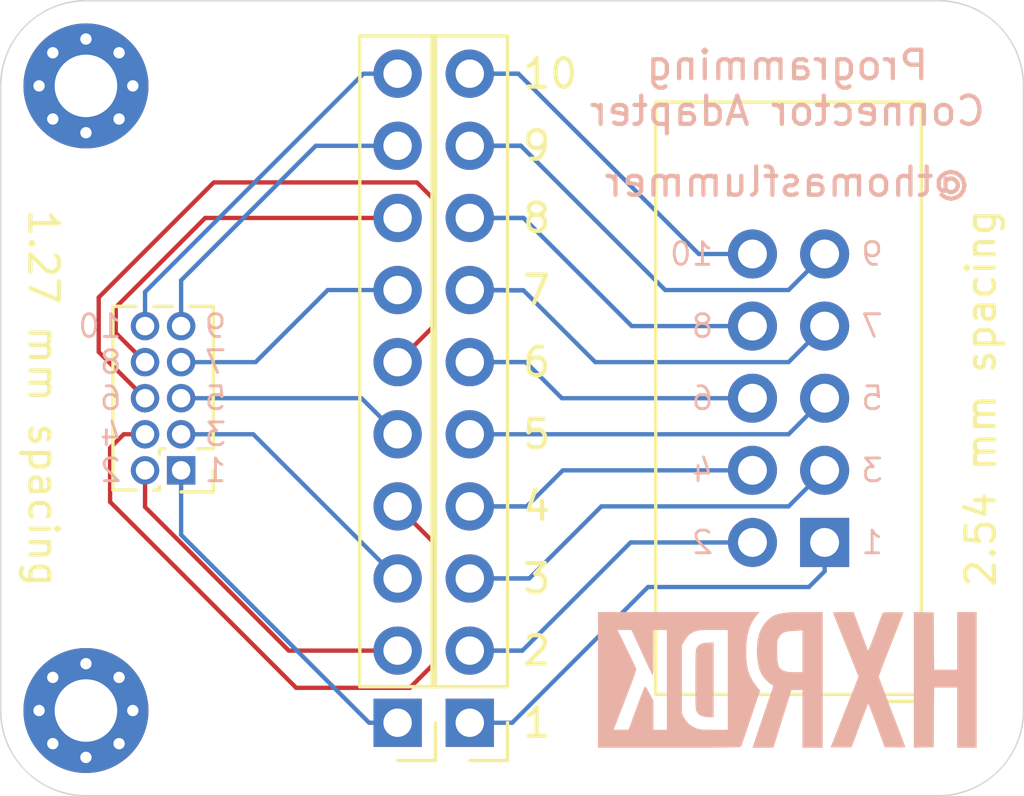
<source format=kicad_pcb>
(kicad_pcb (version 20171130) (host pcbnew "(5.1.5-0-10_14)")

  (general
    (thickness 1.6)
    (drawings 42)
    (tracks 93)
    (zones 0)
    (modules 7)
    (nets 21)
  )

  (page A4)
  (layers
    (0 F.Cu signal)
    (31 B.Cu signal)
    (32 B.Adhes user)
    (33 F.Adhes user)
    (34 B.Paste user)
    (35 F.Paste user)
    (36 B.SilkS user)
    (37 F.SilkS user)
    (38 B.Mask user)
    (39 F.Mask user)
    (40 Dwgs.User user)
    (41 Cmts.User user)
    (42 Eco1.User user)
    (43 Eco2.User user)
    (44 Edge.Cuts user)
    (45 Margin user)
    (46 B.CrtYd user)
    (47 F.CrtYd user)
    (48 B.Fab user)
    (49 F.Fab user)
  )

  (setup
    (last_trace_width 0.1524)
    (user_trace_width 0.1524)
    (user_trace_width 0.2032)
    (user_trace_width 0.254)
    (trace_clearance 0.1524)
    (zone_clearance 0.508)
    (zone_45_only no)
    (trace_min 0.1524)
    (via_size 0.8)
    (via_drill 0.4)
    (via_min_size 0.4)
    (via_min_drill 0.3)
    (uvia_size 0.3)
    (uvia_drill 0.1)
    (uvias_allowed no)
    (uvia_min_size 0.2)
    (uvia_min_drill 0.1)
    (edge_width 0.05)
    (segment_width 0.2)
    (pcb_text_width 0.3)
    (pcb_text_size 1.5 1.5)
    (mod_edge_width 0.12)
    (mod_text_size 1 1)
    (mod_text_width 0.15)
    (pad_size 1.524 1.524)
    (pad_drill 0.762)
    (pad_to_mask_clearance 0.051)
    (solder_mask_min_width 0.25)
    (aux_axis_origin 50 50)
    (grid_origin 50 64)
    (visible_elements FFFFFF7F)
    (pcbplotparams
      (layerselection 0x010fc_ffffffff)
      (usegerberextensions true)
      (usegerberattributes false)
      (usegerberadvancedattributes false)
      (creategerberjobfile false)
      (excludeedgelayer true)
      (linewidth 0.050000)
      (plotframeref false)
      (viasonmask false)
      (mode 1)
      (useauxorigin true)
      (hpglpennumber 1)
      (hpglpenspeed 20)
      (hpglpendiameter 15.000000)
      (psnegative false)
      (psa4output false)
      (plotreference true)
      (plotvalue true)
      (plotinvisibletext false)
      (padsonsilk false)
      (subtractmaskfromsilk false)
      (outputformat 1)
      (mirror false)
      (drillshape 0)
      (scaleselection 1)
      (outputdirectory "GERBER/"))
  )

  (net 0 "")
  (net 1 "Net-(J1-Pad10)")
  (net 2 "Net-(J1-Pad9)")
  (net 3 "Net-(J1-Pad8)")
  (net 4 "Net-(J1-Pad7)")
  (net 5 "Net-(J1-Pad6)")
  (net 6 "Net-(J1-Pad5)")
  (net 7 "Net-(J1-Pad4)")
  (net 8 "Net-(J1-Pad3)")
  (net 9 "Net-(J1-Pad2)")
  (net 10 "Net-(J1-Pad1)")
  (net 11 "Net-(J3-Pad1)")
  (net 12 "Net-(J3-Pad2)")
  (net 13 "Net-(J3-Pad3)")
  (net 14 "Net-(J3-Pad4)")
  (net 15 "Net-(J3-Pad5)")
  (net 16 "Net-(J3-Pad6)")
  (net 17 "Net-(J3-Pad7)")
  (net 18 "Net-(J3-Pad8)")
  (net 19 "Net-(J3-Pad9)")
  (net 20 "Net-(J3-Pad10)")

  (net_class Default "This is the default net class."
    (clearance 0.1524)
    (trace_width 0.1524)
    (via_dia 0.8)
    (via_drill 0.4)
    (uvia_dia 0.3)
    (uvia_drill 0.1)
    (add_net "Net-(J1-Pad1)")
    (add_net "Net-(J1-Pad10)")
    (add_net "Net-(J1-Pad2)")
    (add_net "Net-(J1-Pad3)")
    (add_net "Net-(J1-Pad4)")
    (add_net "Net-(J1-Pad5)")
    (add_net "Net-(J1-Pad6)")
    (add_net "Net-(J1-Pad7)")
    (add_net "Net-(J1-Pad8)")
    (add_net "Net-(J1-Pad9)")
    (add_net "Net-(J3-Pad1)")
    (add_net "Net-(J3-Pad10)")
    (add_net "Net-(J3-Pad2)")
    (add_net "Net-(J3-Pad3)")
    (add_net "Net-(J3-Pad4)")
    (add_net "Net-(J3-Pad5)")
    (add_net "Net-(J3-Pad6)")
    (add_net "Net-(J3-Pad7)")
    (add_net "Net-(J3-Pad8)")
    (add_net "Net-(J3-Pad9)")
  )

  (module Aesthetics:HXR_logo_small (layer B.Cu) (tedit 0) (tstamp 5E447406)
    (at 77.686 73.906 180)
    (fp_text reference G*** (at 0 0 180) (layer B.SilkS) hide
      (effects (font (size 1.524 1.524) (thickness 0.3)) (justify mirror))
    )
    (fp_text value LOGO (at 0.75 0 180) (layer B.SilkS) hide
      (effects (font (size 1.524 1.524) (thickness 0.3)) (justify mirror))
    )
    (fp_poly (pts (xy 2.94063 1.282987) (xy 3.070422 1.236248) (xy 3.159747 1.15645) (xy 3.180181 1.124056)
      (xy 3.193554 1.095751) (xy 3.204394 1.060925) (xy 3.212962 1.013745) (xy 3.219522 0.948378)
      (xy 3.224336 0.858988) (xy 3.227668 0.739742) (xy 3.229779 0.584807) (xy 3.230933 0.388348)
      (xy 3.231393 0.144532) (xy 3.231445 -0.014111) (xy 3.231325 -0.285104) (xy 3.230769 -0.505538)
      (xy 3.229478 -0.681295) (xy 3.227154 -0.818262) (xy 3.2235 -0.922322) (xy 3.218217 -0.99936)
      (xy 3.211009 -1.05526) (xy 3.201577 -1.095907) (xy 3.189624 -1.127184) (xy 3.174852 -1.154977)
      (xy 3.173607 -1.157111) (xy 3.102775 -1.240257) (xy 3.000942 -1.293512) (xy 2.859827 -1.320222)
      (xy 2.758722 -1.324852) (xy 2.596445 -1.326445) (xy 2.596445 1.298222) (xy 2.766684 1.298222)
      (xy 2.94063 1.282987)) (layer B.SilkS) (width 0.01))
    (fp_poly (pts (xy 6.660445 -2.398889) (xy 4.151686 -2.398889) (xy 3.717449 -2.398841) (xy 3.336192 -2.398652)
      (xy 3.004448 -2.398255) (xy 2.718753 -2.397582) (xy 2.475642 -2.396564) (xy 2.271649 -2.395135)
      (xy 2.103309 -2.393227) (xy 1.967157 -2.390772) (xy 1.859728 -2.387702) (xy 1.777556 -2.38395)
      (xy 1.717176 -2.379448) (xy 1.675124 -2.374128) (xy 1.647933 -2.367923) (xy 1.632139 -2.360766)
      (xy 1.624277 -2.352587) (xy 1.62277 -2.3495) (xy 1.609343 -2.312003) (xy 1.580156 -2.227406)
      (xy 1.537386 -2.102124) (xy 1.483214 -1.942576) (xy 1.419818 -1.755177) (xy 1.349378 -1.546345)
      (xy 1.281642 -1.345023) (xy 0.960672 -0.389934) (xy 1.091421 -0.230245) (xy 1.220798 -0.051653)
      (xy 1.31808 0.133336) (xy 1.38633 0.335122) (xy 1.42861 0.564106) (xy 1.447981 0.830689)
      (xy 1.450016 0.987778) (xy 1.435929 1.315659) (xy 1.394675 1.599278) (xy 1.351645 1.749778)
      (xy 2.088445 1.749778) (xy 2.088445 -1.778) (xy 2.5631 -1.778) (xy 2.780275 -1.775835)
      (xy 2.948479 -1.769004) (xy 3.075035 -1.757008) (xy 3.167262 -1.739345) (xy 3.179867 -1.735798)
      (xy 3.331717 -1.665817) (xy 3.475633 -1.554875) (xy 3.594571 -1.417712) (xy 3.644344 -1.334075)
      (xy 3.711222 -1.199445) (xy 3.711222 1.199444) (xy 3.627505 1.35059) (xy 3.563519 1.449415)
      (xy 3.489474 1.540252) (xy 3.445641 1.582636) (xy 3.370492 1.638422) (xy 3.292268 1.680552)
      (xy 3.201725 1.710837) (xy 3.089617 1.731085) (xy 2.9467 1.743104) (xy 2.763732 1.748703)
      (xy 2.591417 1.749778) (xy 4.233334 1.749778) (xy 4.233334 -1.778) (xy 4.713111 -1.778)
      (xy 4.713111 -0.756508) (xy 4.827174 -0.537265) (xy 4.8834 -0.431441) (xy 4.933837 -0.340486)
      (xy 4.970026 -0.279525) (xy 4.977632 -0.268249) (xy 4.986714 -0.256522) (xy 4.995719 -0.250822)
      (xy 5.006447 -0.255488) (xy 5.020696 -0.274859) (xy 5.040267 -0.313275) (xy 5.066958 -0.375075)
      (xy 5.102569 -0.464599) (xy 5.148899 -0.586184) (xy 5.207748 -0.744172) (xy 5.280916 -0.9429)
      (xy 5.3702 -1.186709) (xy 5.4574 -1.425222) (xy 5.581201 -1.763889) (xy 6.118311 -1.779973)
      (xy 5.711045 -0.727709) (xy 5.62219 -0.496357) (xy 5.54061 -0.280509) (xy 5.468421 -0.086023)
      (xy 5.407737 0.081243) (xy 5.360676 0.215432) (xy 5.329352 0.310686) (xy 5.315882 0.361147)
      (xy 5.31569 0.366889) (xy 5.33085 0.402813) (xy 5.367437 0.482262) (xy 5.42205 0.598071)
      (xy 5.491287 0.743075) (xy 5.571748 0.910107) (xy 5.653942 1.0795) (xy 5.980282 1.749778)
      (xy 5.48478 1.749778) (xy 5.122889 0.958577) (xy 5.032402 0.761922) (xy 4.948647 0.582137)
      (xy 4.874667 0.425584) (xy 4.813509 0.298625) (xy 4.768218 0.207619) (xy 4.741837 0.158928)
      (xy 4.737055 0.152578) (xy 4.730926 0.175725) (xy 4.725376 0.248418) (xy 4.720615 0.363758)
      (xy 4.716852 0.514848) (xy 4.714295 0.694788) (xy 4.713152 0.896682) (xy 4.713111 0.943779)
      (xy 4.713111 1.749778) (xy 4.233334 1.749778) (xy 2.591417 1.749778) (xy 2.088445 1.749778)
      (xy 1.351645 1.749778) (xy 1.324482 1.844781) (xy 1.223581 2.058312) (xy 1.0902 2.246017)
      (xy 1.086185 2.250722) (xy 0.98338 2.370666) (xy 6.660445 2.370666) (xy 6.660445 -2.398889)) (layer B.SilkS) (width 0.01))
    (fp_poly (pts (xy -0.599722 2.370249) (xy -0.316172 2.367605) (xy -0.081575 2.35881) (xy 0.111399 2.34197)
      (xy 0.27008 2.315186) (xy 0.4018 2.276564) (xy 0.513888 2.224206) (xy 0.613675 2.156216)
      (xy 0.708491 2.070698) (xy 0.757937 2.019027) (xy 0.88906 1.8362) (xy 0.985093 1.611957)
      (xy 1.045089 1.349832) (xy 1.068098 1.053359) (xy 1.064606 0.876182) (xy 1.036787 0.600167)
      (xy 0.982238 0.368612) (xy 0.898022 0.174793) (xy 0.781202 0.011986) (xy 0.628841 -0.126532)
      (xy 0.625616 -0.128948) (xy 0.488276 -0.231482) (xy 0.833135 -1.251685) (xy 0.911099 -1.482462)
      (xy 0.983922 -1.698281) (xy 1.049491 -1.892859) (xy 1.105692 -2.059911) (xy 1.150411 -2.193153)
      (xy 1.181534 -2.286302) (xy 1.196947 -2.333073) (xy 1.197677 -2.335389) (xy 1.217359 -2.398889)
      (xy 0.491466 -2.398889) (xy 0.300303 -1.785056) (xy 0.235268 -1.576438) (xy 0.166542 -1.356352)
      (xy 0.099081 -1.140643) (xy 0.037841 -0.945156) (xy -0.012223 -0.785734) (xy -0.017472 -0.769056)
      (xy -0.144085 -0.366889) (xy -0.536222 -0.366889) (xy -0.536222 -2.398889) (xy -1.241778 -2.398889)
      (xy -1.241778 0.254) (xy -0.536222 0.254) (xy -0.252876 0.254) (xy -0.108023 0.256422)
      (xy -0.004272 0.265145) (xy 0.073567 0.282353) (xy 0.140687 0.310229) (xy 0.141654 0.310721)
      (xy 0.216277 0.355559) (xy 0.271389 0.408965) (xy 0.310125 0.480021) (xy 0.335623 0.577808)
      (xy 0.35102 0.711409) (xy 0.359453 0.889903) (xy 0.360907 0.945444) (xy 0.363964 1.105038)
      (xy 0.363616 1.220063) (xy 0.358594 1.302355) (xy 0.347629 1.363749) (xy 0.329453 1.416082)
      (xy 0.305008 1.46691) (xy 0.246682 1.560604) (xy 0.176729 1.627357) (xy 0.084506 1.672)
      (xy -0.040629 1.699361) (xy -0.209318 1.714273) (xy -0.243657 1.715942) (xy -0.536222 1.728954)
      (xy -0.536222 0.254) (xy -1.241778 0.254) (xy -1.241778 2.370666) (xy -0.599722 2.370249)) (layer B.SilkS) (width 0.01))
    (fp_poly (pts (xy -1.812515 2.369401) (xy -1.706375 2.365166) (xy -1.643442 2.357299) (xy -1.617123 2.345142)
      (xy -1.616209 2.335389) (xy -1.629315 2.302375) (xy -1.661155 2.222611) (xy -1.709472 2.10174)
      (xy -1.772005 1.945408) (xy -1.846499 1.75926) (xy -1.930693 1.54894) (xy -2.022331 1.320093)
      (xy -2.070652 1.199444) (xy -2.511513 0.098778) (xy -1.531237 -2.384778) (xy -1.885162 -2.392712)
      (xy -2.021206 -2.394064) (xy -2.136219 -2.392008) (xy -2.218757 -2.386976) (xy -2.257375 -2.379402)
      (xy -2.258313 -2.378601) (xy -2.272649 -2.347342) (xy -2.30363 -2.269953) (xy -2.34862 -2.15335)
      (xy -2.404983 -2.004451) (xy -2.470081 -1.830176) (xy -2.541279 -1.63744) (xy -2.554433 -1.601611)
      (xy -2.626184 -1.407604) (xy -2.692253 -1.232055) (xy -2.750039 -1.081626) (xy -2.796942 -0.96298)
      (xy -2.830363 -0.882779) (xy -2.847703 -0.847686) (xy -2.848997 -0.846667) (xy -2.862823 -0.872109)
      (xy -2.893261 -0.944034) (xy -2.937741 -1.05584) (xy -2.993691 -1.200926) (xy -3.058541 -1.37269)
      (xy -3.129718 -1.564531) (xy -3.148518 -1.615722) (xy -3.430367 -2.384778) (xy -3.789517 -2.392677)
      (xy -3.924683 -2.393793) (xy -4.03652 -2.391177) (xy -4.114503 -2.385335) (xy -4.148103 -2.376774)
      (xy -4.148666 -2.375368) (xy -4.138796 -2.344648) (xy -4.110533 -2.266655) (xy -4.065901 -2.146737)
      (xy -4.006923 -1.990245) (xy -3.935623 -1.802527) (xy -3.854025 -1.588933) (xy -3.764151 -1.354812)
      (xy -3.683 -1.144277) (xy -3.587603 -0.896437) (xy -3.498782 -0.66413) (xy -3.418566 -0.452777)
      (xy -3.348984 -0.267799) (xy -3.292067 -0.114615) (xy -3.249844 0.001354) (xy -3.224344 0.074687)
      (xy -3.217333 0.099371) (xy -3.22734 0.132958) (xy -3.255934 0.213393) (xy -3.300972 0.335022)
      (xy -3.360312 0.492191) (xy -3.431812 0.679249) (xy -3.513329 0.890541) (xy -3.602721 1.120415)
      (xy -3.652166 1.246845) (xy -4.086999 2.356555) (xy -3.731986 2.36449) (xy -3.557654 2.365906)
      (xy -3.43804 2.361056) (xy -3.371754 2.349854) (xy -3.357397 2.340749) (xy -3.34264 2.306314)
      (xy -3.311621 2.226462) (xy -3.267221 2.108873) (xy -3.212324 1.961227) (xy -3.149811 1.791206)
      (xy -3.102898 1.662536) (xy -3.0371 1.483483) (xy -2.976881 1.323459) (xy -2.925072 1.189678)
      (xy -2.884504 1.089357) (xy -2.858008 1.029711) (xy -2.849178 1.016) (xy -2.834794 1.04138)
      (xy -2.804063 1.112829) (xy -2.759756 1.223307) (xy -2.704648 1.365776) (xy -2.641511 1.533196)
      (xy -2.582333 1.693333) (xy -2.334287 2.370666) (xy -1.968457 2.370666) (xy -1.812515 2.369401)) (layer B.SilkS) (width 0.01))
    (fp_poly (pts (xy -4.459111 -2.400626) (xy -5.150555 -2.384778) (xy -5.165353 -0.282222) (xy -5.983111 -0.282222)
      (xy -5.983111 -2.398889) (xy -6.660444 -2.398889) (xy -6.660444 2.370666) (xy -5.983111 2.370666)
      (xy -5.983111 0.338666) (xy -5.165379 0.338666) (xy -5.157967 1.347611) (xy -5.150555 2.356555)
      (xy -4.804833 2.36448) (xy -4.459111 2.372403) (xy -4.459111 -2.400626)) (layer B.SilkS) (width 0.01))
  )

  (module Mounting_Holes:MountingHole_2.2mm_M2_Pad_Via (layer F.Cu) (tedit 56DDB9C7) (tstamp 5E446791)
    (at 53 75)
    (descr "Mounting Hole 2.2mm, M2")
    (tags "mounting hole 2.2mm m2")
    (attr virtual)
    (fp_text reference REF** (at 0 -3.2) (layer F.SilkS) hide
      (effects (font (size 1 1) (thickness 0.15)))
    )
    (fp_text value MountingHole_2.2mm_M2_Pad_Via (at 0 3.2) (layer F.Fab) hide
      (effects (font (size 1 1) (thickness 0.15)))
    )
    (fp_circle (center 0 0) (end 2.45 0) (layer F.CrtYd) (width 0.05))
    (fp_circle (center 0 0) (end 2.2 0) (layer Cmts.User) (width 0.15))
    (fp_text user %R (at 0.3 0) (layer F.Fab)
      (effects (font (size 1 1) (thickness 0.15)))
    )
    (pad 1 thru_hole circle (at 1.166726 -1.166726) (size 0.7 0.7) (drill 0.4) (layers *.Cu *.Mask))
    (pad 1 thru_hole circle (at 0 -1.65) (size 0.7 0.7) (drill 0.4) (layers *.Cu *.Mask))
    (pad 1 thru_hole circle (at -1.166726 -1.166726) (size 0.7 0.7) (drill 0.4) (layers *.Cu *.Mask))
    (pad 1 thru_hole circle (at -1.65 0) (size 0.7 0.7) (drill 0.4) (layers *.Cu *.Mask))
    (pad 1 thru_hole circle (at -1.166726 1.166726) (size 0.7 0.7) (drill 0.4) (layers *.Cu *.Mask))
    (pad 1 thru_hole circle (at 0 1.65) (size 0.7 0.7) (drill 0.4) (layers *.Cu *.Mask))
    (pad 1 thru_hole circle (at 1.166726 1.166726) (size 0.7 0.7) (drill 0.4) (layers *.Cu *.Mask))
    (pad 1 thru_hole circle (at 1.65 0) (size 0.7 0.7) (drill 0.4) (layers *.Cu *.Mask))
    (pad 1 thru_hole circle (at 0 0) (size 4.4 4.4) (drill 2.2) (layers *.Cu *.Mask))
  )

  (module Mounting_Holes:MountingHole_2.2mm_M2_Pad_Via (layer F.Cu) (tedit 56DDB9C7) (tstamp 5E44678F)
    (at 53 53)
    (descr "Mounting Hole 2.2mm, M2")
    (tags "mounting hole 2.2mm m2")
    (attr virtual)
    (fp_text reference REF** (at 0 -3.2) (layer F.SilkS) hide
      (effects (font (size 1 1) (thickness 0.15)))
    )
    (fp_text value MountingHole_2.2mm_M2_Pad_Via (at 0 3.2) (layer F.Fab) hide
      (effects (font (size 1 1) (thickness 0.15)))
    )
    (fp_text user %R (at 0.3 0) (layer F.Fab)
      (effects (font (size 1 1) (thickness 0.15)))
    )
    (fp_circle (center 0 0) (end 2.2 0) (layer Cmts.User) (width 0.15))
    (fp_circle (center 0 0) (end 2.45 0) (layer F.CrtYd) (width 0.05))
    (pad 1 thru_hole circle (at 0 0) (size 4.4 4.4) (drill 2.2) (layers *.Cu *.Mask))
    (pad 1 thru_hole circle (at 1.65 0) (size 0.7 0.7) (drill 0.4) (layers *.Cu *.Mask))
    (pad 1 thru_hole circle (at 1.166726 1.166726) (size 0.7 0.7) (drill 0.4) (layers *.Cu *.Mask))
    (pad 1 thru_hole circle (at 0 1.65) (size 0.7 0.7) (drill 0.4) (layers *.Cu *.Mask))
    (pad 1 thru_hole circle (at -1.166726 1.166726) (size 0.7 0.7) (drill 0.4) (layers *.Cu *.Mask))
    (pad 1 thru_hole circle (at -1.65 0) (size 0.7 0.7) (drill 0.4) (layers *.Cu *.Mask))
    (pad 1 thru_hole circle (at -1.166726 -1.166726) (size 0.7 0.7) (drill 0.4) (layers *.Cu *.Mask))
    (pad 1 thru_hole circle (at 0 -1.65) (size 0.7 0.7) (drill 0.4) (layers *.Cu *.Mask))
    (pad 1 thru_hole circle (at 1.166726 -1.166726) (size 0.7 0.7) (drill 0.4) (layers *.Cu *.Mask))
  )

  (module Pin_Headers:Pin_Header_Straight_2x05_Pitch1.27mm (layer F.Cu) (tedit 59650536) (tstamp 5E446020)
    (at 56.35 66.54 180)
    (descr "Through hole straight pin header, 2x05, 1.27mm pitch, double rows")
    (tags "Through hole pin header THT 2x05 1.27mm double row")
    (path /5E445AC2)
    (fp_text reference J1 (at 0.635 -1.695) (layer F.SilkS) hide
      (effects (font (size 1 1) (thickness 0.15)))
    )
    (fp_text value Conn_01x10_Male (at 0.635 6.775) (layer F.Fab) hide
      (effects (font (size 1 1) (thickness 0.15)))
    )
    (fp_text user %R (at 0.635 2.54 90) (layer F.Fab)
      (effects (font (size 1 1) (thickness 0.15)))
    )
    (fp_line (start 2.85 -1.15) (end -1.6 -1.15) (layer F.CrtYd) (width 0.05))
    (fp_line (start 2.85 6.25) (end 2.85 -1.15) (layer F.CrtYd) (width 0.05))
    (fp_line (start -1.6 6.25) (end 2.85 6.25) (layer F.CrtYd) (width 0.05))
    (fp_line (start -1.6 -1.15) (end -1.6 6.25) (layer F.CrtYd) (width 0.05))
    (fp_line (start -1.13 -0.76) (end 0 -0.76) (layer F.SilkS) (width 0.12))
    (fp_line (start -1.13 0) (end -1.13 -0.76) (layer F.SilkS) (width 0.12))
    (fp_line (start 1.57753 -0.695) (end 2.4 -0.695) (layer F.SilkS) (width 0.12))
    (fp_line (start 0.76 -0.695) (end 0.96247 -0.695) (layer F.SilkS) (width 0.12))
    (fp_line (start 0.76 -0.563471) (end 0.76 -0.695) (layer F.SilkS) (width 0.12))
    (fp_line (start 0.76 0.706529) (end 0.76 0.563471) (layer F.SilkS) (width 0.12))
    (fp_line (start 0.563471 0.76) (end 0.706529 0.76) (layer F.SilkS) (width 0.12))
    (fp_line (start -1.13 0.76) (end -0.563471 0.76) (layer F.SilkS) (width 0.12))
    (fp_line (start 2.4 -0.695) (end 2.4 5.775) (layer F.SilkS) (width 0.12))
    (fp_line (start -1.13 0.76) (end -1.13 5.775) (layer F.SilkS) (width 0.12))
    (fp_line (start 0.30753 5.775) (end 0.96247 5.775) (layer F.SilkS) (width 0.12))
    (fp_line (start 1.57753 5.775) (end 2.4 5.775) (layer F.SilkS) (width 0.12))
    (fp_line (start -1.13 5.775) (end -0.30753 5.775) (layer F.SilkS) (width 0.12))
    (fp_line (start -1.07 0.2175) (end -0.2175 -0.635) (layer F.Fab) (width 0.1))
    (fp_line (start -1.07 5.715) (end -1.07 0.2175) (layer F.Fab) (width 0.1))
    (fp_line (start 2.34 5.715) (end -1.07 5.715) (layer F.Fab) (width 0.1))
    (fp_line (start 2.34 -0.635) (end 2.34 5.715) (layer F.Fab) (width 0.1))
    (fp_line (start -0.2175 -0.635) (end 2.34 -0.635) (layer F.Fab) (width 0.1))
    (pad 10 thru_hole oval (at 1.27 5.08 180) (size 1 1) (drill 0.65) (layers *.Cu *.Mask)
      (net 1 "Net-(J1-Pad10)"))
    (pad 9 thru_hole oval (at 0 5.08 180) (size 1 1) (drill 0.65) (layers *.Cu *.Mask)
      (net 2 "Net-(J1-Pad9)"))
    (pad 8 thru_hole oval (at 1.27 3.81 180) (size 1 1) (drill 0.65) (layers *.Cu *.Mask)
      (net 3 "Net-(J1-Pad8)"))
    (pad 7 thru_hole oval (at 0 3.81 180) (size 1 1) (drill 0.65) (layers *.Cu *.Mask)
      (net 4 "Net-(J1-Pad7)"))
    (pad 6 thru_hole oval (at 1.27 2.54 180) (size 1 1) (drill 0.65) (layers *.Cu *.Mask)
      (net 5 "Net-(J1-Pad6)"))
    (pad 5 thru_hole oval (at 0 2.54 180) (size 1 1) (drill 0.65) (layers *.Cu *.Mask)
      (net 6 "Net-(J1-Pad5)"))
    (pad 4 thru_hole oval (at 1.27 1.27 180) (size 1 1) (drill 0.65) (layers *.Cu *.Mask)
      (net 7 "Net-(J1-Pad4)"))
    (pad 3 thru_hole oval (at 0 1.27 180) (size 1 1) (drill 0.65) (layers *.Cu *.Mask)
      (net 8 "Net-(J1-Pad3)"))
    (pad 2 thru_hole oval (at 1.27 0 180) (size 1 1) (drill 0.65) (layers *.Cu *.Mask)
      (net 9 "Net-(J1-Pad2)"))
    (pad 1 thru_hole rect (at 0 0 180) (size 1 1) (drill 0.65) (layers *.Cu *.Mask)
      (net 10 "Net-(J1-Pad1)"))
    (model ${KISYS3DMOD}/Connector_PinHeader_1.27mm.3dshapes/PinHeader_2x05_P1.27mm_Vertical.step
      (at (xyz 0 0 0))
      (scale (xyz 1 1 1))
      (rotate (xyz 0 0 0))
    )
  )

  (module Pin_Headers:Pin_Header_Straight_1x10_Pitch2.54mm (layer F.Cu) (tedit 59650532) (tstamp 5E44603E)
    (at 63.97 75.43 180)
    (descr "Through hole straight pin header, 1x10, 2.54mm pitch, single row")
    (tags "Through hole pin header THT 1x10 2.54mm single row")
    (path /5E44893B)
    (fp_text reference J2 (at 0 -2.33) (layer F.SilkS) hide
      (effects (font (size 1 1) (thickness 0.15)))
    )
    (fp_text value Conn_01x10_Male (at 0 25.19) (layer F.Fab) hide
      (effects (font (size 1 1) (thickness 0.15)))
    )
    (fp_text user %R (at 0 11.43 90) (layer F.Fab)
      (effects (font (size 1 1) (thickness 0.15)))
    )
    (fp_line (start 1.8 -1.8) (end -1.8 -1.8) (layer F.CrtYd) (width 0.05))
    (fp_line (start 1.8 24.65) (end 1.8 -1.8) (layer F.CrtYd) (width 0.05))
    (fp_line (start -1.8 24.65) (end 1.8 24.65) (layer F.CrtYd) (width 0.05))
    (fp_line (start -1.8 -1.8) (end -1.8 24.65) (layer F.CrtYd) (width 0.05))
    (fp_line (start -1.33 -1.33) (end 0 -1.33) (layer F.SilkS) (width 0.12))
    (fp_line (start -1.33 0) (end -1.33 -1.33) (layer F.SilkS) (width 0.12))
    (fp_line (start -1.33 1.27) (end 1.33 1.27) (layer F.SilkS) (width 0.12))
    (fp_line (start 1.33 1.27) (end 1.33 24.19) (layer F.SilkS) (width 0.12))
    (fp_line (start -1.33 1.27) (end -1.33 24.19) (layer F.SilkS) (width 0.12))
    (fp_line (start -1.33 24.19) (end 1.33 24.19) (layer F.SilkS) (width 0.12))
    (fp_line (start -1.27 -0.635) (end -0.635 -1.27) (layer F.Fab) (width 0.1))
    (fp_line (start -1.27 24.13) (end -1.27 -0.635) (layer F.Fab) (width 0.1))
    (fp_line (start 1.27 24.13) (end -1.27 24.13) (layer F.Fab) (width 0.1))
    (fp_line (start 1.27 -1.27) (end 1.27 24.13) (layer F.Fab) (width 0.1))
    (fp_line (start -0.635 -1.27) (end 1.27 -1.27) (layer F.Fab) (width 0.1))
    (pad 10 thru_hole oval (at 0 22.86 180) (size 1.7 1.7) (drill 1) (layers *.Cu *.Mask)
      (net 1 "Net-(J1-Pad10)"))
    (pad 9 thru_hole oval (at 0 20.32 180) (size 1.7 1.7) (drill 1) (layers *.Cu *.Mask)
      (net 2 "Net-(J1-Pad9)"))
    (pad 8 thru_hole oval (at 0 17.78 180) (size 1.7 1.7) (drill 1) (layers *.Cu *.Mask)
      (net 3 "Net-(J1-Pad8)"))
    (pad 7 thru_hole oval (at 0 15.24 180) (size 1.7 1.7) (drill 1) (layers *.Cu *.Mask)
      (net 4 "Net-(J1-Pad7)"))
    (pad 6 thru_hole oval (at 0 12.7 180) (size 1.7 1.7) (drill 1) (layers *.Cu *.Mask)
      (net 5 "Net-(J1-Pad6)"))
    (pad 5 thru_hole oval (at 0 10.16 180) (size 1.7 1.7) (drill 1) (layers *.Cu *.Mask)
      (net 6 "Net-(J1-Pad5)"))
    (pad 4 thru_hole oval (at 0 7.62 180) (size 1.7 1.7) (drill 1) (layers *.Cu *.Mask)
      (net 7 "Net-(J1-Pad4)"))
    (pad 3 thru_hole oval (at 0 5.08 180) (size 1.7 1.7) (drill 1) (layers *.Cu *.Mask)
      (net 8 "Net-(J1-Pad3)"))
    (pad 2 thru_hole oval (at 0 2.54 180) (size 1.7 1.7) (drill 1) (layers *.Cu *.Mask)
      (net 9 "Net-(J1-Pad2)"))
    (pad 1 thru_hole rect (at 0 0 180) (size 1.7 1.7) (drill 1) (layers *.Cu *.Mask)
      (net 10 "Net-(J1-Pad1)"))
    (model ${KISYS3DMOD}/Connector_PinHeader_2.54mm.3dshapes/PinHeader_1x10_P2.54mm_Vertical.step
      (at (xyz 0 0 0))
      (scale (xyz 1 1 1))
      (rotate (xyz 0 0 0))
    )
  )

  (module Pin_Headers:Pin_Header_Straight_1x10_Pitch2.54mm (layer F.Cu) (tedit 59650532) (tstamp 5E44605C)
    (at 66.51 75.43 180)
    (descr "Through hole straight pin header, 1x10, 2.54mm pitch, single row")
    (tags "Through hole pin header THT 1x10 2.54mm single row")
    (path /5E44BE99)
    (fp_text reference J3 (at 0 -2.33) (layer F.SilkS) hide
      (effects (font (size 1 1) (thickness 0.15)))
    )
    (fp_text value Conn_01x10_Male (at 0 25.19) (layer F.Fab) hide
      (effects (font (size 1 1) (thickness 0.15)))
    )
    (fp_line (start -0.635 -1.27) (end 1.27 -1.27) (layer F.Fab) (width 0.1))
    (fp_line (start 1.27 -1.27) (end 1.27 24.13) (layer F.Fab) (width 0.1))
    (fp_line (start 1.27 24.13) (end -1.27 24.13) (layer F.Fab) (width 0.1))
    (fp_line (start -1.27 24.13) (end -1.27 -0.635) (layer F.Fab) (width 0.1))
    (fp_line (start -1.27 -0.635) (end -0.635 -1.27) (layer F.Fab) (width 0.1))
    (fp_line (start -1.33 24.19) (end 1.33 24.19) (layer F.SilkS) (width 0.12))
    (fp_line (start -1.33 1.27) (end -1.33 24.19) (layer F.SilkS) (width 0.12))
    (fp_line (start 1.33 1.27) (end 1.33 24.19) (layer F.SilkS) (width 0.12))
    (fp_line (start -1.33 1.27) (end 1.33 1.27) (layer F.SilkS) (width 0.12))
    (fp_line (start -1.33 0) (end -1.33 -1.33) (layer F.SilkS) (width 0.12))
    (fp_line (start -1.33 -1.33) (end 0 -1.33) (layer F.SilkS) (width 0.12))
    (fp_line (start -1.8 -1.8) (end -1.8 24.65) (layer F.CrtYd) (width 0.05))
    (fp_line (start -1.8 24.65) (end 1.8 24.65) (layer F.CrtYd) (width 0.05))
    (fp_line (start 1.8 24.65) (end 1.8 -1.8) (layer F.CrtYd) (width 0.05))
    (fp_line (start 1.8 -1.8) (end -1.8 -1.8) (layer F.CrtYd) (width 0.05))
    (fp_text user %R (at 0 11.43 90) (layer F.Fab)
      (effects (font (size 1 1) (thickness 0.15)))
    )
    (pad 1 thru_hole rect (at 0 0 180) (size 1.7 1.7) (drill 1) (layers *.Cu *.Mask)
      (net 11 "Net-(J3-Pad1)"))
    (pad 2 thru_hole oval (at 0 2.54 180) (size 1.7 1.7) (drill 1) (layers *.Cu *.Mask)
      (net 12 "Net-(J3-Pad2)"))
    (pad 3 thru_hole oval (at 0 5.08 180) (size 1.7 1.7) (drill 1) (layers *.Cu *.Mask)
      (net 13 "Net-(J3-Pad3)"))
    (pad 4 thru_hole oval (at 0 7.62 180) (size 1.7 1.7) (drill 1) (layers *.Cu *.Mask)
      (net 14 "Net-(J3-Pad4)"))
    (pad 5 thru_hole oval (at 0 10.16 180) (size 1.7 1.7) (drill 1) (layers *.Cu *.Mask)
      (net 15 "Net-(J3-Pad5)"))
    (pad 6 thru_hole oval (at 0 12.7 180) (size 1.7 1.7) (drill 1) (layers *.Cu *.Mask)
      (net 16 "Net-(J3-Pad6)"))
    (pad 7 thru_hole oval (at 0 15.24 180) (size 1.7 1.7) (drill 1) (layers *.Cu *.Mask)
      (net 17 "Net-(J3-Pad7)"))
    (pad 8 thru_hole oval (at 0 17.78 180) (size 1.7 1.7) (drill 1) (layers *.Cu *.Mask)
      (net 18 "Net-(J3-Pad8)"))
    (pad 9 thru_hole oval (at 0 20.32 180) (size 1.7 1.7) (drill 1) (layers *.Cu *.Mask)
      (net 19 "Net-(J3-Pad9)"))
    (pad 10 thru_hole oval (at 0 22.86 180) (size 1.7 1.7) (drill 1) (layers *.Cu *.Mask)
      (net 20 "Net-(J3-Pad10)"))
    (model ${KISYS3DMOD}/Connector_PinHeader_2.54mm.3dshapes/PinHeader_1x10_P2.54mm_Vertical.step
      (at (xyz 0 0 0))
      (scale (xyz 1 1 1))
      (rotate (xyz 0 0 0))
    )
  )

  (module Connectors_IDC:IDC-Header_2x05_Pitch2.54mm_Straight (layer F.Cu) (tedit 59DE0611) (tstamp 5E446524)
    (at 79 69.08 180)
    (descr "10 pins through hole IDC header")
    (tags "IDC header socket VASCH")
    (path /5E44D81C)
    (fp_text reference J4 (at 1.27 -6.604) (layer F.SilkS) hide
      (effects (font (size 1 1) (thickness 0.15)))
    )
    (fp_text value Conn_01x10_Male (at 1.27 16.764) (layer F.Fab) hide
      (effects (font (size 1 1) (thickness 0.15)))
    )
    (fp_line (start -3.655 -5.6) (end -1.115 -5.6) (layer F.SilkS) (width 0.12))
    (fp_line (start -3.655 -5.6) (end -3.655 -3.06) (layer F.SilkS) (width 0.12))
    (fp_line (start -3.405 -5.35) (end 5.945 -5.35) (layer F.SilkS) (width 0.12))
    (fp_line (start -3.405 15.51) (end -3.405 -5.35) (layer F.SilkS) (width 0.12))
    (fp_line (start 5.945 15.51) (end -3.405 15.51) (layer F.SilkS) (width 0.12))
    (fp_line (start 5.945 -5.35) (end 5.945 15.51) (layer F.SilkS) (width 0.12))
    (fp_line (start -3.91 -5.85) (end 6.2 -5.85) (layer F.CrtYd) (width 0.05))
    (fp_line (start -3.91 15.76) (end -3.91 -5.85) (layer F.CrtYd) (width 0.05))
    (fp_line (start 6.2 15.76) (end -3.91 15.76) (layer F.CrtYd) (width 0.05))
    (fp_line (start 6.2 -5.85) (end 6.2 15.76) (layer F.CrtYd) (width 0.05))
    (fp_line (start -3.155 15.26) (end -2.605 14.7) (layer F.Fab) (width 0.1))
    (fp_line (start -3.155 -5.1) (end -2.605 -4.56) (layer F.Fab) (width 0.1))
    (fp_line (start 5.695 15.26) (end 5.145 14.7) (layer F.Fab) (width 0.1))
    (fp_line (start 5.695 -5.1) (end 5.145 -4.56) (layer F.Fab) (width 0.1))
    (fp_line (start 5.145 14.7) (end -2.605 14.7) (layer F.Fab) (width 0.1))
    (fp_line (start 5.695 15.26) (end -3.155 15.26) (layer F.Fab) (width 0.1))
    (fp_line (start 5.145 -4.56) (end -2.605 -4.56) (layer F.Fab) (width 0.1))
    (fp_line (start 5.695 -5.1) (end -3.155 -5.1) (layer F.Fab) (width 0.1))
    (fp_line (start -2.605 7.33) (end -3.155 7.33) (layer F.Fab) (width 0.1))
    (fp_line (start -2.605 2.83) (end -3.155 2.83) (layer F.Fab) (width 0.1))
    (fp_line (start -2.605 7.33) (end -2.605 14.7) (layer F.Fab) (width 0.1))
    (fp_line (start -2.605 -4.56) (end -2.605 2.83) (layer F.Fab) (width 0.1))
    (fp_line (start -3.155 -5.1) (end -3.155 15.26) (layer F.Fab) (width 0.1))
    (fp_line (start 5.145 -4.56) (end 5.145 14.7) (layer F.Fab) (width 0.1))
    (fp_line (start 5.695 -5.1) (end 5.695 15.26) (layer F.Fab) (width 0.1))
    (fp_text user %R (at 1.27 5.08) (layer F.Fab)
      (effects (font (size 1 1) (thickness 0.15)))
    )
    (pad 10 thru_hole oval (at 2.54 10.16 180) (size 1.7272 1.7272) (drill 1.016) (layers *.Cu *.Mask)
      (net 20 "Net-(J3-Pad10)"))
    (pad 9 thru_hole oval (at 0 10.16 180) (size 1.7272 1.7272) (drill 1.016) (layers *.Cu *.Mask)
      (net 19 "Net-(J3-Pad9)"))
    (pad 8 thru_hole oval (at 2.54 7.62 180) (size 1.7272 1.7272) (drill 1.016) (layers *.Cu *.Mask)
      (net 18 "Net-(J3-Pad8)"))
    (pad 7 thru_hole oval (at 0 7.62 180) (size 1.7272 1.7272) (drill 1.016) (layers *.Cu *.Mask)
      (net 17 "Net-(J3-Pad7)"))
    (pad 6 thru_hole oval (at 2.54 5.08 180) (size 1.7272 1.7272) (drill 1.016) (layers *.Cu *.Mask)
      (net 16 "Net-(J3-Pad6)"))
    (pad 5 thru_hole oval (at 0 5.08 180) (size 1.7272 1.7272) (drill 1.016) (layers *.Cu *.Mask)
      (net 15 "Net-(J3-Pad5)"))
    (pad 4 thru_hole oval (at 2.54 2.54 180) (size 1.7272 1.7272) (drill 1.016) (layers *.Cu *.Mask)
      (net 14 "Net-(J3-Pad4)"))
    (pad 3 thru_hole oval (at 0 2.54 180) (size 1.7272 1.7272) (drill 1.016) (layers *.Cu *.Mask)
      (net 13 "Net-(J3-Pad3)"))
    (pad 2 thru_hole oval (at 2.54 0 180) (size 1.7272 1.7272) (drill 1.016) (layers *.Cu *.Mask)
      (net 12 "Net-(J3-Pad2)"))
    (pad 1 thru_hole rect (at 0 0 180) (size 1.7272 1.7272) (drill 1.016) (layers *.Cu *.Mask)
      (net 11 "Net-(J3-Pad1)"))
    (model ${KISYS3DMOD}/Connector_IDC.3dshapes/IDC-Header_2x05_P2.54mm_Vertical.step
      (at (xyz 0 0 0))
      (scale (xyz 1 1 1))
      (rotate (xyz 0 0 0))
    )
  )

  (gr_text 5 (at 80.226 64) (layer B.SilkS) (tstamp 5E4483CC)
    (effects (font (size 0.8 0.8) (thickness 0.1)) (justify right mirror))
  )
  (gr_text 7 (at 80.226 61.46) (layer B.SilkS) (tstamp 5E4483CB)
    (effects (font (size 0.8 0.8) (thickness 0.1)) (justify right mirror))
  )
  (gr_text 9 (at 80.226 58.92) (layer B.SilkS) (tstamp 5E4483CA)
    (effects (font (size 0.8 0.8) (thickness 0.1)) (justify right mirror))
  )
  (gr_text 1 (at 80.226 69.08) (layer B.SilkS) (tstamp 5E4483C9)
    (effects (font (size 0.8 0.8) (thickness 0.1)) (justify right mirror))
  )
  (gr_text 3 (at 80.226 66.54) (layer B.SilkS) (tstamp 5E4483C8)
    (effects (font (size 0.8 0.8) (thickness 0.1)) (justify right mirror))
  )
  (gr_text 10 (at 75.146 58.92) (layer B.SilkS) (tstamp 5E4483BD)
    (effects (font (size 0.8 0.8) (thickness 0.1)) (justify left mirror))
  )
  (gr_text 8 (at 75.146 61.46) (layer B.SilkS) (tstamp 5E4483BC)
    (effects (font (size 0.8 0.8) (thickness 0.1)) (justify left mirror))
  )
  (gr_text 6 (at 75.146 64) (layer B.SilkS) (tstamp 5E4483BB)
    (effects (font (size 0.8 0.8) (thickness 0.1)) (justify left mirror))
  )
  (gr_text 2 (at 75.146 69.08) (layer B.SilkS) (tstamp 5E4483BA)
    (effects (font (size 0.8 0.8) (thickness 0.1)) (justify left mirror))
  )
  (gr_text 4 (at 75.146 66.54) (layer B.SilkS) (tstamp 5E4483B9)
    (effects (font (size 0.8 0.8) (thickness 0.1)) (justify left mirror))
  )
  (gr_text 10 (at 54.318 61.46) (layer B.SilkS) (tstamp 5E4482A6)
    (effects (font (size 0.8 0.8) (thickness 0.1)) (justify left mirror))
  )
  (gr_text 8 (at 54.318 62.73) (layer B.SilkS) (tstamp 5E4482A4)
    (effects (font (size 0.8 0.8) (thickness 0.1)) (justify left mirror))
  )
  (gr_text 6 (at 54.318 64) (layer B.SilkS) (tstamp 5E4482A2)
    (effects (font (size 0.8 0.8) (thickness 0.1)) (justify left mirror))
  )
  (gr_text 4 (at 54.318 65.27) (layer B.SilkS) (tstamp 5E4482A0)
    (effects (font (size 0.8 0.8) (thickness 0.1)) (justify left mirror))
  )
  (gr_text 2 (at 54.318 66.54) (layer B.SilkS) (tstamp 5E44829B)
    (effects (font (size 0.8 0.8) (thickness 0.1)) (justify left mirror))
  )
  (gr_text 9 (at 57.112 61.46) (layer B.SilkS) (tstamp 5E448299)
    (effects (font (size 0.8 0.8) (thickness 0.1)) (justify right mirror))
  )
  (gr_text 7 (at 57.112 62.73) (layer B.SilkS) (tstamp 5E448297)
    (effects (font (size 0.8 0.8) (thickness 0.1)) (justify right mirror))
  )
  (gr_text 5 (at 57.112 64) (layer B.SilkS) (tstamp 5E448295)
    (effects (font (size 0.8 0.8) (thickness 0.1)) (justify right mirror))
  )
  (gr_text 3 (at 57.112 65.27) (layer B.SilkS) (tstamp 5E448293)
    (effects (font (size 0.8 0.8) (thickness 0.1)) (justify right mirror))
  )
  (gr_text 1 (at 57.112 66.54) (layer B.SilkS)
    (effects (font (size 0.8 0.8) (thickness 0.1)) (justify right mirror))
  )
  (gr_text 10 (at 68.288 52.57) (layer F.SilkS) (tstamp 5E4476A5)
    (effects (font (size 1 1) (thickness 0.15)) (justify left))
  )
  (gr_text 9 (at 68.288 55.11) (layer F.SilkS) (tstamp 5E4476A3)
    (effects (font (size 1 1) (thickness 0.15)) (justify left))
  )
  (gr_text 8 (at 68.288 57.65) (layer F.SilkS) (tstamp 5E4476A1)
    (effects (font (size 1 1) (thickness 0.15)) (justify left))
  )
  (gr_text 7 (at 68.288 60.19) (layer F.SilkS) (tstamp 5E44769F)
    (effects (font (size 1 1) (thickness 0.15)) (justify left))
  )
  (gr_text 6 (at 68.288 62.73) (layer F.SilkS) (tstamp 5E44769D)
    (effects (font (size 1 1) (thickness 0.15)) (justify left))
  )
  (gr_text 5 (at 68.288 65.27) (layer F.SilkS) (tstamp 5E44769B)
    (effects (font (size 1 1) (thickness 0.15)) (justify left))
  )
  (gr_text 4 (at 68.288 67.81) (layer F.SilkS) (tstamp 5E447699)
    (effects (font (size 1 1) (thickness 0.15)) (justify left))
  )
  (gr_text 3 (at 68.288 70.35) (layer F.SilkS) (tstamp 5E447697)
    (effects (font (size 1 1) (thickness 0.15)) (justify left))
  )
  (gr_text 2 (at 68.288 72.89) (layer F.SilkS) (tstamp 5E447695)
    (effects (font (size 1 1) (thickness 0.15)) (justify left))
  )
  (gr_text 1 (at 68.288 75.43) (layer F.SilkS)
    (effects (font (size 1 1) (thickness 0.15)) (justify left))
  )
  (gr_text "Programming\nConnector Adapter" (at 77.686 53.078) (layer B.SilkS)
    (effects (font (size 1 1) (thickness 0.15)) (justify mirror))
  )
  (gr_text @thomasflummer (at 77.686 56.38) (layer B.SilkS)
    (effects (font (size 1 1) (thickness 0.15)) (justify mirror))
  )
  (gr_text "1.27 mm spacing" (at 51.5 64 270) (layer F.SilkS)
    (effects (font (size 1 1) (thickness 0.15)))
  )
  (gr_text "2.54 mm spacing" (at 84.5 64 90) (layer F.SilkS)
    (effects (font (size 1 1) (thickness 0.15)))
  )
  (gr_line (start 50 75) (end 50 53) (layer Edge.Cuts) (width 0.05) (tstamp 5E4466D8))
  (gr_line (start 83 78) (end 53 78) (layer Edge.Cuts) (width 0.05) (tstamp 5E4466D7))
  (gr_line (start 86 53) (end 86 75) (layer Edge.Cuts) (width 0.05) (tstamp 5E4466D6))
  (gr_line (start 53 50) (end 83 50) (layer Edge.Cuts) (width 0.05) (tstamp 5E4466D5))
  (gr_arc (start 83 53) (end 86 53) (angle -90) (layer Edge.Cuts) (width 0.05) (tstamp 5E44663B))
  (gr_arc (start 83 75) (end 83 78) (angle -90) (layer Edge.Cuts) (width 0.05) (tstamp 5E446637))
  (gr_arc (start 53 75) (end 50 75) (angle -90) (layer Edge.Cuts) (width 0.05) (tstamp 5E446633))
  (gr_arc (start 53 53) (end 53 50) (angle -90) (layer Edge.Cuts) (width 0.05))

  (segment (start 55.08 60.752894) (end 55.08 61.46) (width 0.1524) (layer B.Cu) (net 1))
  (segment (start 55.08 60.257919) (end 55.08 60.752894) (width 0.1524) (layer B.Cu) (net 1))
  (segment (start 62.767919 52.57) (end 55.08 60.257919) (width 0.1524) (layer B.Cu) (net 1))
  (segment (start 63.97 52.57) (end 62.767919 52.57) (width 0.1524) (layer B.Cu) (net 1))
  (segment (start 61.09 55.11) (end 56.35 59.85) (width 0.1524) (layer B.Cu) (net 2))
  (segment (start 56.35 59.85) (end 56.35 61.46) (width 0.1524) (layer B.Cu) (net 2))
  (segment (start 63.97 55.11) (end 61.09 55.11) (width 0.1524) (layer B.Cu) (net 2))
  (segment (start 54.05 60.8) (end 57.2 57.65) (width 0.1524) (layer F.Cu) (net 3))
  (segment (start 57.2 57.65) (end 62.767919 57.65) (width 0.1524) (layer F.Cu) (net 3))
  (segment (start 54.05 61.7) (end 54.05 60.8) (width 0.1524) (layer F.Cu) (net 3))
  (segment (start 62.767919 57.65) (end 63.97 57.65) (width 0.1524) (layer F.Cu) (net 3))
  (segment (start 55.08 62.73) (end 54.05 61.7) (width 0.1524) (layer F.Cu) (net 3))
  (segment (start 58.97 62.73) (end 56.35 62.73) (width 0.1524) (layer B.Cu) (net 4))
  (segment (start 61.51 60.19) (end 58.97 62.73) (width 0.1524) (layer B.Cu) (net 4))
  (segment (start 63.97 60.19) (end 61.51 60.19) (width 0.1524) (layer B.Cu) (net 4))
  (segment (start 65.25 61.45) (end 63.97 62.73) (width 0.1524) (layer F.Cu) (net 5))
  (segment (start 65.25 57) (end 65.25 61.45) (width 0.1524) (layer F.Cu) (net 5))
  (segment (start 64.65 56.4) (end 65.25 57) (width 0.1524) (layer F.Cu) (net 5))
  (segment (start 57.5 56.4) (end 64.65 56.4) (width 0.1524) (layer F.Cu) (net 5))
  (segment (start 53.45 62.37) (end 53.45 60.45) (width 0.1524) (layer F.Cu) (net 5))
  (segment (start 53.45 60.45) (end 57.5 56.4) (width 0.1524) (layer F.Cu) (net 5))
  (segment (start 55.08 64) (end 53.45 62.37) (width 0.1524) (layer F.Cu) (net 5))
  (segment (start 62.7 64) (end 56.35 64) (width 0.1524) (layer B.Cu) (net 6))
  (segment (start 63.97 65.27) (end 62.7 64) (width 0.1524) (layer B.Cu) (net 6))
  (segment (start 65.25 73.35) (end 65.25 69.09) (width 0.1524) (layer F.Cu) (net 7))
  (segment (start 64.4 74.2) (end 65.25 73.35) (width 0.1524) (layer F.Cu) (net 7))
  (segment (start 60.4 74.2) (end 64.4 74.2) (width 0.1524) (layer F.Cu) (net 7))
  (segment (start 65.25 69.09) (end 63.97 67.81) (width 0.1524) (layer F.Cu) (net 7))
  (segment (start 55.08 65.27) (end 54.33 65.27) (width 0.1524) (layer F.Cu) (net 7))
  (segment (start 53.85 67.65) (end 60.4 74.2) (width 0.1524) (layer F.Cu) (net 7))
  (segment (start 53.85 65.75) (end 53.85 67.65) (width 0.1524) (layer F.Cu) (net 7))
  (segment (start 54.33 65.27) (end 53.85 65.75) (width 0.1524) (layer F.Cu) (net 7))
  (segment (start 58.89 65.27) (end 63.97 70.35) (width 0.1524) (layer B.Cu) (net 8))
  (segment (start 56.35 65.27) (end 58.89 65.27) (width 0.1524) (layer B.Cu) (net 8))
  (segment (start 62.767919 72.89) (end 63.97 72.89) (width 0.1524) (layer F.Cu) (net 9))
  (segment (start 60.14 72.89) (end 62.767919 72.89) (width 0.1524) (layer F.Cu) (net 9))
  (segment (start 55.08 67.83) (end 60.14 72.89) (width 0.1524) (layer F.Cu) (net 9))
  (segment (start 55.08 66.54) (end 55.08 67.83) (width 0.1524) (layer F.Cu) (net 9))
  (segment (start 62.9676 75.43) (end 63.97 75.43) (width 0.1524) (layer B.Cu) (net 10))
  (segment (start 56.35 68.8124) (end 62.9676 75.43) (width 0.1524) (layer B.Cu) (net 10))
  (segment (start 56.35 66.54) (end 56.35 68.8124) (width 0.1524) (layer B.Cu) (net 10))
  (segment (start 68.0024 75.43) (end 66.51 75.43) (width 0.1524) (layer B.Cu) (net 11))
  (segment (start 78.446 70.65) (end 72.7824 70.65) (width 0.1524) (layer B.Cu) (net 11))
  (segment (start 79 70.096) (end 78.446 70.65) (width 0.1524) (layer B.Cu) (net 11))
  (segment (start 72.7824 70.65) (end 68.0024 75.43) (width 0.1524) (layer B.Cu) (net 11))
  (segment (start 79 69.08) (end 79 70.096) (width 0.1524) (layer B.Cu) (net 11))
  (segment (start 68.36 72.89) (end 67 72.89) (width 0.1524) (layer B.Cu) (net 12))
  (segment (start 67.712081 72.89) (end 68.36 72.89) (width 0.1524) (layer B.Cu) (net 12))
  (segment (start 66.51 72.89) (end 67.712081 72.89) (width 0.1524) (layer B.Cu) (net 12))
  (segment (start 72.25 69.08) (end 76.46 69.08) (width 0.1524) (layer B.Cu) (net 12))
  (segment (start 72.17 69.08) (end 72.25 69.08) (width 0.1524) (layer B.Cu) (net 12))
  (segment (start 68.36 72.89) (end 72.17 69.08) (width 0.1524) (layer B.Cu) (net 12))
  (segment (start 68.6 70.35) (end 67 70.35) (width 0.1524) (layer B.Cu) (net 13))
  (segment (start 66.51 70.35) (end 68.6 70.35) (width 0.1524) (layer B.Cu) (net 13))
  (segment (start 77.73 67.81) (end 79 66.54) (width 0.1524) (layer B.Cu) (net 13))
  (segment (start 71.14 67.81) (end 77.73 67.81) (width 0.1524) (layer B.Cu) (net 13))
  (segment (start 68.6 70.35) (end 71.14 67.81) (width 0.1524) (layer B.Cu) (net 13))
  (segment (start 68.49 67.81) (end 67 67.81) (width 0.1524) (layer B.Cu) (net 14))
  (segment (start 66.51 67.81) (end 68.49 67.81) (width 0.1524) (layer B.Cu) (net 14))
  (segment (start 68.516 67.81) (end 68.49 67.81) (width 0.1524) (layer B.Cu) (net 14))
  (segment (start 69.786 66.54) (end 68.516 67.81) (width 0.1524) (layer B.Cu) (net 14))
  (segment (start 76.46 66.54) (end 69.786 66.54) (width 0.1524) (layer B.Cu) (net 14))
  (segment (start 67.07 65.2) (end 67 65.27) (width 0.1524) (layer B.Cu) (net 15))
  (segment (start 77.73 65.27) (end 79 64) (width 0.1524) (layer B.Cu) (net 15))
  (segment (start 66.51 65.27) (end 77.73 65.27) (width 0.1524) (layer B.Cu) (net 15))
  (segment (start 68.48 62.73) (end 67 62.73) (width 0.1524) (layer B.Cu) (net 16))
  (segment (start 66.51 62.73) (end 68.48 62.73) (width 0.1524) (layer B.Cu) (net 16))
  (segment (start 69.75 64) (end 76.46 64) (width 0.1524) (layer B.Cu) (net 16))
  (segment (start 68.48 62.73) (end 69.75 64) (width 0.1524) (layer B.Cu) (net 16))
  (segment (start 67.01 60.2) (end 67 60.19) (width 0.1524) (layer B.Cu) (net 17))
  (segment (start 68.4 60.2) (end 67.01 60.2) (width 0.1524) (layer B.Cu) (net 17))
  (segment (start 67.722081 60.2) (end 68.4 60.2) (width 0.1524) (layer B.Cu) (net 17))
  (segment (start 67.712081 60.19) (end 67.722081 60.2) (width 0.1524) (layer B.Cu) (net 17))
  (segment (start 66.51 60.19) (end 67.712081 60.19) (width 0.1524) (layer B.Cu) (net 17))
  (segment (start 70.93 62.73) (end 68.4 60.2) (width 0.1524) (layer B.Cu) (net 17))
  (segment (start 77.73 62.73) (end 70.93 62.73) (width 0.1524) (layer B.Cu) (net 17))
  (segment (start 79 61.46) (end 77.73 62.73) (width 0.1524) (layer B.Cu) (net 17))
  (segment (start 68.4 57.65) (end 67 57.65) (width 0.1524) (layer B.Cu) (net 18))
  (segment (start 72.13 61.38) (end 68.4 57.65) (width 0.1524) (layer B.Cu) (net 18))
  (segment (start 67.712081 57.65) (end 68.4 57.65) (width 0.1524) (layer B.Cu) (net 18))
  (segment (start 66.51 57.65) (end 67.712081 57.65) (width 0.1524) (layer B.Cu) (net 18))
  (segment (start 72.21 61.46) (end 72.13 61.38) (width 0.1524) (layer B.Cu) (net 18))
  (segment (start 76.46 61.46) (end 72.21 61.46) (width 0.1524) (layer B.Cu) (net 18))
  (segment (start 68.31 55.11) (end 67 55.11) (width 0.1524) (layer B.Cu) (net 19))
  (segment (start 67.712081 55.11) (end 68.31 55.11) (width 0.1524) (layer B.Cu) (net 19))
  (segment (start 66.51 55.11) (end 67.712081 55.11) (width 0.1524) (layer B.Cu) (net 19))
  (segment (start 77.73 60.19) (end 79 58.92) (width 0.1524) (layer B.Cu) (net 19))
  (segment (start 73.39 60.19) (end 77.73 60.19) (width 0.1524) (layer B.Cu) (net 19))
  (segment (start 68.31 55.11) (end 73.39 60.19) (width 0.1524) (layer B.Cu) (net 19))
  (segment (start 67 52.57) (end 68.22 52.57) (width 0.1524) (layer B.Cu) (net 20))
  (segment (start 66.51 52.57) (end 68.22 52.57) (width 0.1524) (layer B.Cu) (net 20))
  (segment (start 74.57 58.92) (end 76.46 58.92) (width 0.1524) (layer B.Cu) (net 20))
  (segment (start 68.22 52.57) (end 74.57 58.92) (width 0.1524) (layer B.Cu) (net 20))

)

</source>
